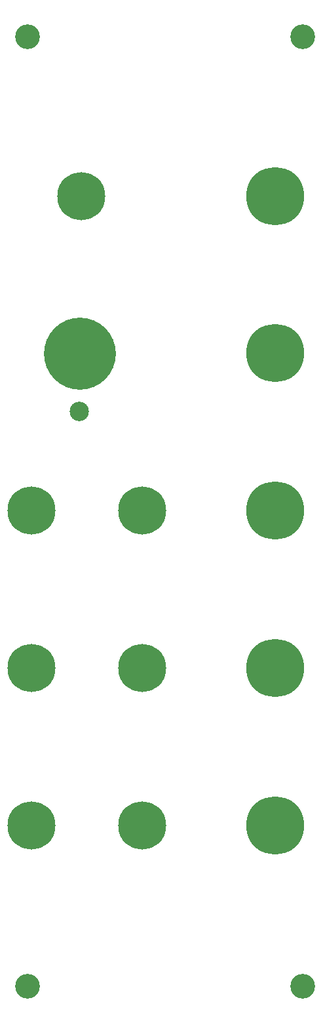
<source format=gts>
G04 #@! TF.GenerationSoftware,KiCad,Pcbnew,7.0.7*
G04 #@! TF.CreationDate,2023-09-02T18:43:39+09:00*
G04 #@! TF.ProjectId,3340VCO_Panel,33333430-5643-44f5-9f50-616e656c2e6b,rev?*
G04 #@! TF.SameCoordinates,Original*
G04 #@! TF.FileFunction,Soldermask,Top*
G04 #@! TF.FilePolarity,Negative*
%FSLAX46Y46*%
G04 Gerber Fmt 4.6, Leading zero omitted, Abs format (unit mm)*
G04 Created by KiCad (PCBNEW 7.0.7) date 2023-09-02 18:43:39*
%MOMM*%
%LPD*%
G01*
G04 APERTURE LIST*
%ADD10C,7.500000*%
%ADD11C,6.200000*%
%ADD12C,3.200000*%
%ADD13C,2.500000*%
%ADD14C,9.300000*%
G04 APERTURE END LIST*
D10*
X132000000Y-122960000D03*
D11*
X114750000Y-122960000D03*
X100500000Y-143280000D03*
X100500000Y-102640000D03*
D12*
X135560000Y-164000000D03*
D10*
X132000000Y-62060000D03*
D13*
X106680000Y-89796000D03*
D10*
X132000000Y-102640000D03*
X132000000Y-82320000D03*
D12*
X100000000Y-164000000D03*
D11*
X114750000Y-143280000D03*
D10*
X132000000Y-143280000D03*
D11*
X100500000Y-122960000D03*
D14*
X106727771Y-82419842D03*
D11*
X114750000Y-102640000D03*
D12*
X135560000Y-41500000D03*
X100000000Y-41500000D03*
D11*
X106875000Y-62060000D03*
M02*

</source>
